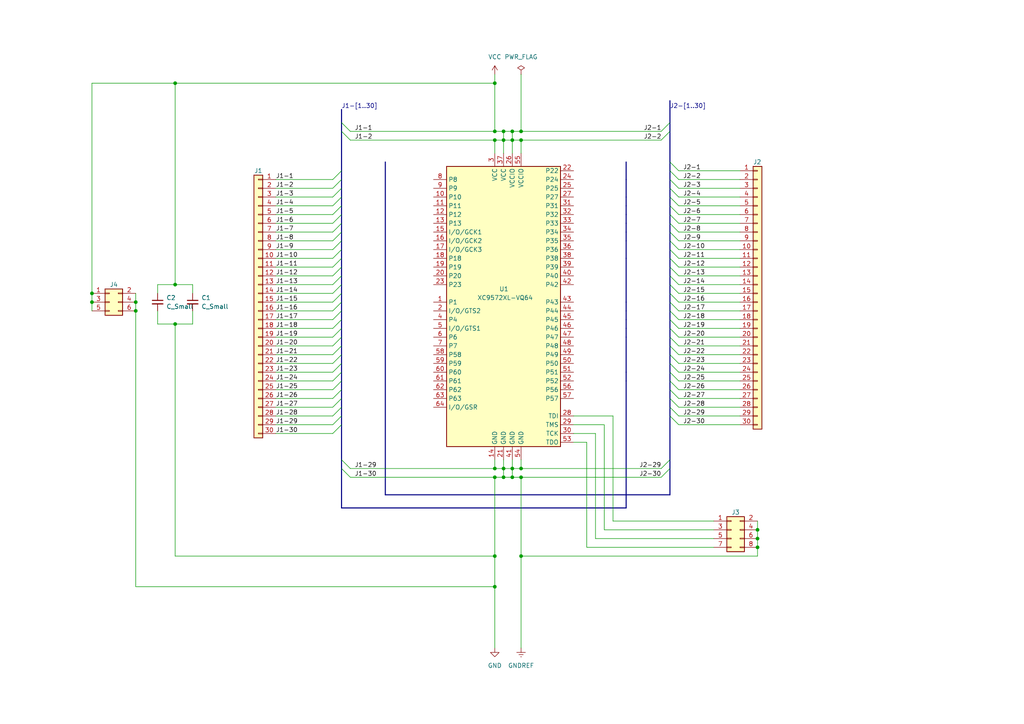
<source format=kicad_sch>
(kicad_sch (version 20230121) (generator eeschema)
  (paper "A4")
  (title_block (title "84CP02 Descrambled 2x16 Input / 16 Output / 4 Control"))
  (lib_symbols
    (symbol "CPLD_Xilinx:XC9572XL-VQ64"
      (property "Reference" "U" (at -16.51 40.64 0))
      (property "Value" "XC9572XL-VQ64" (at -16.51 -43.18 0))
      (symbol "XC9572XL-VQ64_1_1"
        (rectangle (start -16.51 39.37) (end 16.51 -41.91) (stroke (width 0.254)) (fill (type background)))
        (pin bidirectional line (at -20.32 0 0) (length 3.81) (name "P1") (number "1"))
        (pin bidirectional line (at -20.32 30.48 0) (length 3.81) (name "P10") (number "10"))
        (pin bidirectional line (at -20.32 27.94 0) (length 3.81) (name "P11") (number "11"))
        (pin bidirectional line (at -20.32 25.4 0) (length 3.81) (name "P12") (number "12"))
        (pin bidirectional line (at -20.32 22.86 0) (length 3.81) (name "P13") (number "13"))
        (pin power_in line (at -2.54 -45.72 90) (length 3.81) (name "GND") (number "14"))
        (pin bidirectional line (at -20.32 20.32 0) (length 3.81) (name "I/O/GCK1") (number "15"))
        (pin bidirectional line (at -20.32 17.78 0) (length 3.81) (name "I/O/GCK2") (number "16"))
        (pin bidirectional line (at -20.32 15.24 0) (length 3.81) (name "I/O/GCK3") (number "17"))
        (pin bidirectional line (at -20.32 12.7 0) (length 3.81) (name "P18") (number "18"))
        (pin bidirectional line (at -20.32 10.16 0) (length 3.81) (name "P19") (number "19"))
        (pin bidirectional line (at -20.32 -2.54 0) (length 3.81) (name "I/O/GTS2") (number "2"))
        (pin bidirectional line (at -20.32 7.62 0) (length 3.81) (name "P20") (number "20"))
        (pin power_in line (at 0 -45.72 90) (length 3.81) (name "GND") (number "21"))
        (pin bidirectional line (at 20.32 38.1 180) (length 3.81) (name "P22") (number "22"))
        (pin bidirectional line (at -20.32 5.08 0) (length 3.81) (name "P23") (number "23"))
        (pin bidirectional line (at 20.32 35.56 180) (length 3.81) (name "P24") (number "24"))
        (pin bidirectional line (at 20.32 33.02 180) (length 3.81) (name "P25") (number "25"))
        (pin power_in line (at 2.54 43.18 270) (length 3.81) (name "VCCIO") (number "26"))
        (pin bidirectional line (at 20.32 30.48 180) (length 3.81) (name "P27") (number "27"))
        (pin input line (at 20.32 -33.02 180) (length 3.81) (name "TDI") (number "28"))
        (pin input line (at 20.32 -35.56 180) (length 3.81) (name "TMS") (number "29"))
        (pin power_in line (at -2.54 43.18 270) (length 3.81) (name "VCC") (number "3"))
        (pin input line (at 20.32 -38.1 180) (length 3.81) (name "TCK") (number "30"))
        (pin bidirectional line (at 20.32 27.94 180) (length 3.81) (name "P31") (number "31"))
        (pin bidirectional line (at 20.32 25.4 180) (length 3.81) (name "P32") (number "32"))
        (pin bidirectional line (at 20.32 22.86 180) (length 3.81) (name "P33") (number "33"))
        (pin bidirectional line (at 20.32 20.32 180) (length 3.81) (name "P34") (number "34"))
        (pin bidirectional line (at 20.32 17.78 180) (length 3.81) (name "P35") (number "35"))
        (pin bidirectional line (at 20.32 15.24 180) (length 3.81) (name "P36") (number "36"))
        (pin power_in line (at 0 43.18 270) (length 3.81) (name "VCC") (number "37"))
        (pin bidirectional line (at 20.32 12.7 180) (length 3.81) (name "P38") (number "38"))
        (pin bidirectional line (at 20.32 10.16 180) (length 3.81) (name "P39") (number "39"))
        (pin bidirectional line (at -20.32 -5.08 0) (length 3.81) (name "P4") (number "4"))
        (pin bidirectional line (at 20.32 7.62 180) (length 3.81) (name "P40") (number "40"))
        (pin power_in line (at 2.54 -45.72 90) (length 3.81) (name "GND") (number "41"))
        (pin bidirectional line (at 20.32 5.08 180) (length 3.81) (name "P42") (number "42"))
        (pin bidirectional line (at 20.32 0 180) (length 3.81) (name "P43") (number "43"))
        (pin bidirectional line (at 20.32 -2.54 180) (length 3.81) (name "P44") (number "44"))
        (pin bidirectional line (at 20.32 -5.08 180) (length 3.81) (name "P45") (number "45"))
        (pin bidirectional line (at 20.32 -7.62 180) (length 3.81) (name "P46") (number "46"))
        (pin bidirectional line (at 20.32 -10.16 180) (length 3.81) (name "P47") (number "47"))
        (pin bidirectional line (at 20.32 -12.7 180) (length 3.81) (name "P48") (number "48"))
        (pin bidirectional line (at 20.32 -15.24 180) (length 3.81) (name "P49") (number "49"))
        (pin bidirectional line (at -20.32 -7.62 0) (length 3.81) (name "I/O/GTS1") (number "5"))
        (pin bidirectional line (at 20.32 -17.78 180) (length 3.81) (name "P50") (number "50"))
        (pin bidirectional line (at 20.32 -20.32 180) (length 3.81) (name "P51") (number "51"))
        (pin bidirectional line (at 20.32 -22.86 180) (length 3.81) (name "P52") (number "52"))
        (pin output line (at 20.32 -40.64 180) (length 3.81) (name "TDO") (number "53"))
        (pin power_in line (at 5.08 -45.72 90) (length 3.81) (name "GND") (number "54"))
        (pin power_in line (at 5.08 43.18 270) (length 3.81) (name "VCCIO") (number "55"))
        (pin bidirectional line (at 20.32 -25.4 180) (length 3.81) (name "P56") (number "56"))
        (pin bidirectional line (at 20.32 -27.94 180) (length 3.81) (name "P57") (number "57"))
        (pin bidirectional line (at -20.32 -15.24 0) (length 3.81) (name "P58") (number "58"))
        (pin bidirectional line (at -20.32 -17.78 0) (length 3.81) (name "P59") (number "59"))
        (pin bidirectional line (at -20.32 -10.16 0) (length 3.81) (name "P6") (number "6"))
        (pin bidirectional line (at -20.32 -20.32 0) (length 3.81) (name "P60") (number "60"))
        (pin bidirectional line (at -20.32 -22.86 0) (length 3.81) (name "P61") (number "61"))
        (pin bidirectional line (at -20.32 -25.4 0) (length 3.81) (name "P62") (number "62"))
        (pin bidirectional line (at -20.32 -27.94 0) (length 3.81) (name "P63") (number "63"))
        (pin bidirectional line (at -20.32 -30.48 0) (length 3.81) (name "I/O/GSR") (number "64"))
        (pin bidirectional line (at -20.32 -12.7 0) (length 3.81) (name "P7") (number "7"))
        (pin bidirectional line (at -20.32 35.56 0) (length 3.81) (name "P8") (number "8"))
        (pin bidirectional line (at -20.32 33.02 0) (length 3.81) (name "P9") (number "9"))
      )
    )
    (symbol "Connector_Generic:Conn_01x30" (pin_names (offset 1.016) hide)
      (property "Reference" "J" (at 0 38.1 0))
      (property "Value" "Conn_01x30" (at 0 -40.64 0))
      (symbol "Conn_01x30_1_1"
        (rectangle (start -1.27 -37.973) (end 0 -38.227) (stroke (width 0.1524)))
        (rectangle (start -1.27 -35.433) (end 0 -35.687) (stroke (width 0.1524)))
        (rectangle (start -1.27 -32.893) (end 0 -33.147) (stroke (width 0.1524)))
        (rectangle (start -1.27 -30.353) (end 0 -30.607) (stroke (width 0.1524)))
        (rectangle (start -1.27 -27.813) (end 0 -28.067) (stroke (width 0.1524)))
        (rectangle (start -1.27 -25.273) (end 0 -25.527) (stroke (width 0.1524)))
        (rectangle (start -1.27 -22.733) (end 0 -22.987) (stroke (width 0.1524)))
        (rectangle (start -1.27 -20.193) (end 0 -20.447) (stroke (width 0.1524)))
        (rectangle (start -1.27 -17.653) (end 0 -17.907) (stroke (width 0.1524)))
        (rectangle (start -1.27 -15.113) (end 0 -15.367) (stroke (width 0.1524)))
        (rectangle (start -1.27 -12.573) (end 0 -12.827) (stroke (width 0.1524)))
        (rectangle (start -1.27 -10.033) (end 0 -10.287) (stroke (width 0.1524)))
        (rectangle (start -1.27 -7.493) (end 0 -7.747) (stroke (width 0.1524)))
        (rectangle (start -1.27 -4.953) (end 0 -5.207) (stroke (width 0.1524)))
        (rectangle (start -1.27 -2.413) (end 0 -2.667) (stroke (width 0.1524)))
        (rectangle (start -1.27 0.127) (end 0 -0.127) (stroke (width 0.1524)))
        (rectangle (start -1.27 2.667) (end 0 2.413) (stroke (width 0.1524)))
        (rectangle (start -1.27 5.207) (end 0 4.953) (stroke (width 0.1524)))
        (rectangle (start -1.27 7.747) (end 0 7.493) (stroke (width 0.1524)))
        (rectangle (start -1.27 10.287) (end 0 10.033) (stroke (width 0.1524)))
        (rectangle (start -1.27 12.827) (end 0 12.573) (stroke (width 0.1524)))
        (rectangle (start -1.27 15.367) (end 0 15.113) (stroke (width 0.1524)))
        (rectangle (start -1.27 17.907) (end 0 17.653) (stroke (width 0.1524)))
        (rectangle (start -1.27 20.447) (end 0 20.193) (stroke (width 0.1524)))
        (rectangle (start -1.27 22.987) (end 0 22.733) (stroke (width 0.1524)))
        (rectangle (start -1.27 25.527) (end 0 25.273) (stroke (width 0.1524)))
        (rectangle (start -1.27 28.067) (end 0 27.813) (stroke (width 0.1524)))
        (rectangle (start -1.27 30.607) (end 0 30.353) (stroke (width 0.1524)))
        (rectangle (start -1.27 33.147) (end 0 32.893) (stroke (width 0.1524)))
        (rectangle (start -1.27 35.687) (end 0 35.433) (stroke (width 0.1524)))
        (rectangle (start -1.27 36.83) (end 1.27 -39.37) (stroke (width 0.254)) (fill (type background)))
        (pin passive line (at -5.08 35.56 0) (length 3.81) (name "Pin_1") (number "1"))
        (pin passive line (at -5.08 12.7 0) (length 3.81) (name "Pin_10") (number "10"))
        (pin passive line (at -5.08 10.16 0) (length 3.81) (name "Pin_11") (number "11"))
        (pin passive line (at -5.08 7.62 0) (length 3.81) (name "Pin_12") (number "12"))
        (pin passive line (at -5.08 5.08 0) (length 3.81) (name "Pin_13") (number "13"))
        (pin passive line (at -5.08 2.54 0) (length 3.81) (name "Pin_14") (number "14"))
        (pin passive line (at -5.08 0 0) (length 3.81) (name "Pin_15") (number "15"))
        (pin passive line (at -5.08 -2.54 0) (length 3.81) (name "Pin_16") (number "16"))
        (pin passive line (at -5.08 -5.08 0) (length 3.81) (name "Pin_17") (number "17"))
        (pin passive line (at -5.08 -7.62 0) (length 3.81) (name "Pin_18") (number "18"))
        (pin passive line (at -5.08 -10.16 0) (length 3.81) (name "Pin_19") (number "19"))
        (pin passive line (at -5.08 33.02 0) (length 3.81) (name "Pin_2") (number "2"))
        (pin passive line (at -5.08 -12.7 0) (length 3.81) (name "Pin_20") (number "20"))
        (pin passive line (at -5.08 -15.24 0) (length 3.81) (name "Pin_21") (number "21"))
        (pin passive line (at -5.08 -17.78 0) (length 3.81) (name "Pin_22") (number "22"))
        (pin passive line (at -5.08 -20.32 0) (length 3.81) (name "Pin_23") (number "23"))
        (pin passive line (at -5.08 -22.86 0) (length 3.81) (name "Pin_24") (number "24"))
        (pin passive line (at -5.08 -25.4 0) (length 3.81) (name "Pin_25") (number "25"))
        (pin passive line (at -5.08 -27.94 0) (length 3.81) (name "Pin_26") (number "26"))
        (pin passive line (at -5.08 -30.48 0) (length 3.81) (name "Pin_27") (number "27"))
        (pin passive line (at -5.08 -33.02 0) (length 3.81) (name "Pin_28") (number "28"))
        (pin passive line (at -5.08 -35.56 0) (length 3.81) (name "Pin_29") (number "29"))
        (pin passive line (at -5.08 30.48 0) (length 3.81) (name "Pin_3") (number "3"))
        (pin passive line (at -5.08 -38.1 0) (length 3.81) (name "Pin_30") (number "30"))
        (pin passive line (at -5.08 27.94 0) (length 3.81) (name "Pin_4") (number "4"))
        (pin passive line (at -5.08 25.4 0) (length 3.81) (name "Pin_5") (number "5"))
        (pin passive line (at -5.08 22.86 0) (length 3.81) (name "Pin_6") (number "6"))
        (pin passive line (at -5.08 20.32 0) (length 3.81) (name "Pin_7") (number "7"))
        (pin passive line (at -5.08 17.78 0) (length 3.81) (name "Pin_8") (number "8"))
        (pin passive line (at -5.08 15.24 0) (length 3.81) (name "Pin_9") (number "9"))
      )
    )
    (symbol "Connector_Generic:Conn_02x03_Odd_Even" (pin_names (offset 1.016) hide)
      (property "Reference" "J" (at 1.27 5.08 0))
      (property "Value" "Conn_02x03_Odd_Even" (at 1.27 -5.08 0))
      (symbol "Conn_02x03_Odd_Even_1_1"
        (rectangle (start -1.27 -2.413) (end 0 -2.667) (stroke (width 0.1524)))
        (rectangle (start -1.27 0.127) (end 0 -0.127) (stroke (width 0.1524)))
        (rectangle (start -1.27 2.667) (end 0 2.413) (stroke (width 0.1524)))
        (rectangle (start -1.27 3.81) (end 3.81 -3.81) (stroke (width 0.254)) (fill (type background)))
        (rectangle (start 3.81 -2.413) (end 2.54 -2.667) (stroke (width 0.1524)))
        (rectangle (start 3.81 0.127) (end 2.54 -0.127) (stroke (width 0.1524)))
        (rectangle (start 3.81 2.667) (end 2.54 2.413) (stroke (width 0.1524)))
        (pin passive line (at -5.08 2.54 0) (length 3.81) (name "Pin_1") (number "1"))
        (pin passive line (at 7.62 2.54 180) (length 3.81) (name "Pin_2") (number "2"))
        (pin passive line (at -5.08 0 0) (length 3.81) (name "Pin_3") (number "3"))
        (pin passive line (at 7.62 0 180) (length 3.81) (name "Pin_4") (number "4"))
        (pin passive line (at -5.08 -2.54 0) (length 3.81) (name "Pin_5") (number "5"))
        (pin passive line (at 7.62 -2.54 180) (length 3.81) (name "Pin_6") (number "6"))
      )
    )
    (symbol "Connector_Generic:Conn_02x04_Odd_Even" (pin_names (offset 1.016) hide)
      (property "Reference" "J" (at 1.27 5.08 0))
      (property "Value" "Conn_02x04_Odd_Even" (at 1.27 -7.62 0))
      (symbol "Conn_02x04_Odd_Even_1_1"
        (rectangle (start -1.27 -4.953) (end 0 -5.207) (stroke (width 0.1524)))
        (rectangle (start -1.27 -2.413) (end 0 -2.667) (stroke (width 0.1524)))
        (rectangle (start -1.27 0.127) (end 0 -0.127) (stroke (width 0.1524)))
        (rectangle (start -1.27 2.667) (end 0 2.413) (stroke (width 0.1524)))
        (rectangle (start -1.27 3.81) (end 3.81 -6.35) (stroke (width 0.254)) (fill (type background)))
        (rectangle (start 3.81 -4.953) (end 2.54 -5.207) (stroke (width 0.1524)))
        (rectangle (start 3.81 -2.413) (end 2.54 -2.667) (stroke (width 0.1524)))
        (rectangle (start 3.81 0.127) (end 2.54 -0.127) (stroke (width 0.1524)))
        (rectangle (start 3.81 2.667) (end 2.54 2.413) (stroke (width 0.1524)))
        (pin passive line (at -5.08 2.54 0) (length 3.81) (name "Pin_1") (number "1"))
        (pin passive line (at 7.62 2.54 180) (length 3.81) (name "Pin_2") (number "2"))
        (pin passive line (at -5.08 0 0) (length 3.81) (name "Pin_3") (number "3"))
        (pin passive line (at 7.62 0 180) (length 3.81) (name "Pin_4") (number "4"))
        (pin passive line (at -5.08 -2.54 0) (length 3.81) (name "Pin_5") (number "5"))
        (pin passive line (at 7.62 -2.54 180) (length 3.81) (name "Pin_6") (number "6"))
        (pin passive line (at -5.08 -5.08 0) (length 3.81) (name "Pin_7") (number "7"))
        (pin passive line (at 7.62 -5.08 180) (length 3.81) (name "Pin_8") (number "8"))
      )
    )
    (symbol "Device:C_Small" (pin_numbers hide) (pin_names (offset 0.254) hide)
      (property "Reference" "C" (at 0.254 1.778 0))
      (property "Value" "C_Small" (at 0.254 -2.032 0))
      (symbol "C_Small_0_1"
        (polyline (pts (xy -1.524 -0.508) (xy 1.524 -0.508)) (stroke (width 0.3302)))
        (polyline (pts (xy -1.524 0.508) (xy 1.524 0.508)) (stroke (width 0.3048)))
      )
      (symbol "C_Small_1_1"
        (pin passive line (at 0 2.54 270) (length 2.032) (name "~") (number "1"))
        (pin passive line (at 0 -2.54 90) (length 2.032) (name "~") (number "2"))
      )
    )
    (symbol "power:GND" (power) (pin_names (offset 0))
      (property "Value" "GND" (at 0 -3.81 0))
      (symbol "GND_0_1"
        (polyline (pts (xy 0 0) (xy 0 -1.27) (xy 1.27 -1.27) (xy 0 -2.54) (xy -1.27 -1.27) (xy 0 -1.27)))
      )
      (symbol "GND_1_1"
        (pin power_in line (at 0 0 270) (length 0) hide (name "GND") (number "1"))
      )
    )
    (symbol "power:GNDREF" (power) (pin_names (offset 0))
      (property "Value" "GNDREF" (at 0 -3.81 0))
      (symbol "GNDREF_0_1"
        (polyline (pts (xy -0.635 -1.905) (xy 0.635 -1.905)))
        (polyline (pts (xy -0.127 -2.54) (xy 0.127 -2.54)))
        (polyline (pts (xy 0 -1.27) (xy 0 0)))
        (polyline (pts (xy 1.27 -1.27) (xy -1.27 -1.27)))
      )
      (symbol "GNDREF_1_1"
        (pin power_in line (at 0 0 270) (length 0) hide (name "GNDREF") (number "1"))
      )
    )
    (symbol "power:PWR_FLAG" (power) (pin_numbers hide) (pin_names (offset 0) hide)
      (property "Value" "PWR_FLAG" (at 0 3.81 0))
      (symbol "PWR_FLAG_0_0"
        (pin power_out line (at 0 0 90) (length 0) (name "pwr") (number "1"))
      )
      (symbol "PWR_FLAG_0_1"
        (polyline (pts (xy 0 0) (xy 0 1.27) (xy -1.016 1.905) (xy 0 2.54) (xy 1.016 1.905) (xy 0 1.27)))
      )
    )
    (symbol "power:VCC" (power) (pin_names (offset 0))
      (property "Value" "VCC" (at 0 3.81 0))
      (symbol "VCC_0_1"
        (polyline (pts (xy -0.762 1.27) (xy 0 2.54)))
        (polyline (pts (xy 0 0) (xy 0 2.54)))
        (polyline (pts (xy 0 2.54) (xy 0.762 1.27)))
      )
      (symbol "VCC_1_1"
        (pin power_in line (at 0 0 90) (length 0) hide (name "VCC") (number "1"))
      )
    )
  )
  (junction (at 143.51 138.43))
  (junction (at 143.51 24.13))
  (junction (at 39.37 87.63))
  (junction (at 151.13 135.89))
  (junction (at 26.67 87.63))
  (junction (at 219.71 156.21))
  (junction (at 143.51 161.29))
  (junction (at 146.05 135.89))
  (junction (at 146.05 40.64))
  (junction (at 148.59 38.1))
  (junction (at 146.05 138.43))
  (junction (at 143.51 170.18))
  (junction (at 151.13 138.43))
  (junction (at 50.8 82.55))
  (junction (at 143.51 40.64))
  (junction (at 50.8 24.13))
  (junction (at 219.71 158.75))
  (junction (at 151.13 38.1))
  (junction (at 39.37 90.17))
  (junction (at 148.59 40.64))
  (junction (at 151.13 40.64))
  (junction (at 143.51 38.1))
  (junction (at 143.51 135.89))
  (junction (at 151.13 161.29))
  (junction (at 219.71 153.67))
  (junction (at 148.59 138.43))
  (junction (at 148.59 135.89))
  (junction (at 146.05 38.1))
  (junction (at 50.8 93.98))
  (junction (at 26.67 85.09))
  (bus_entry (at 194.31 82.55) (size 2.54 2.54))
  (bus_entry (at 99.06 87.63) (size -2.54 2.54))
  (bus_entry (at 194.31 113.03) (size 2.54 2.54))
  (bus_entry (at 194.31 69.85) (size 2.54 2.54))
  (bus_entry (at 99.06 38.1) (size 2.54 2.54))
  (bus_entry (at 194.31 35.56) (size -2.54 2.54))
  (bus_entry (at 99.06 118.11) (size -2.54 2.54))
  (bus_entry (at 99.06 52.07) (size -2.54 2.54))
  (bus_entry (at 99.06 120.65) (size -2.54 2.54))
  (bus_entry (at 99.06 62.23) (size -2.54 2.54))
  (bus_entry (at 99.06 95.25) (size -2.54 2.54))
  (bus_entry (at 99.06 69.85) (size -2.54 2.54))
  (bus_entry (at 194.31 92.71) (size 2.54 2.54))
  (bus_entry (at 194.31 135.89) (size -2.54 2.54))
  (bus_entry (at 99.06 105.41) (size -2.54 2.54))
  (bus_entry (at 194.31 100.33) (size 2.54 2.54))
  (bus_entry (at 99.06 133.35) (size 2.54 2.54))
  (bus_entry (at 99.06 97.79) (size -2.54 2.54))
  (bus_entry (at 194.31 105.41) (size 2.54 2.54))
  (bus_entry (at 99.06 123.19) (size -2.54 2.54))
  (bus_entry (at 194.31 54.61) (size 2.54 2.54))
  (bus_entry (at 99.06 113.03) (size -2.54 2.54))
  (bus_entry (at 194.31 95.25) (size 2.54 2.54))
  (bus_entry (at 194.31 115.57) (size 2.54 2.54))
  (bus_entry (at 194.31 62.23) (size 2.54 2.54))
  (bus_entry (at 99.06 107.95) (size -2.54 2.54))
  (bus_entry (at 194.31 57.15) (size 2.54 2.54))
  (bus_entry (at 99.06 72.39) (size -2.54 2.54))
  (bus_entry (at 99.06 115.57) (size -2.54 2.54))
  (bus_entry (at 194.31 80.01) (size 2.54 2.54))
  (bus_entry (at 194.31 59.69) (size 2.54 2.54))
  (bus_entry (at 194.31 97.79) (size 2.54 2.54))
  (bus_entry (at 99.06 67.31) (size -2.54 2.54))
  (bus_entry (at 194.31 118.11) (size 2.54 2.54))
  (bus_entry (at 194.31 85.09) (size 2.54 2.54))
  (bus_entry (at 194.31 52.07) (size 2.54 2.54))
  (bus_entry (at 194.31 49.53) (size 2.54 2.54))
  (bus_entry (at 99.06 35.56) (size 2.54 2.54))
  (bus_entry (at 194.31 74.93) (size 2.54 2.54))
  (bus_entry (at 99.06 80.01) (size -2.54 2.54))
  (bus_entry (at 194.31 110.49) (size 2.54 2.54))
  (bus_entry (at 194.31 120.65) (size 2.54 2.54))
  (bus_entry (at 194.31 64.77) (size 2.54 2.54))
  (bus_entry (at 99.06 64.77) (size -2.54 2.54))
  (bus_entry (at 194.31 46.99) (size 2.54 2.54))
  (bus_entry (at 99.06 74.93) (size -2.54 2.54))
  (bus_entry (at 99.06 110.49) (size -2.54 2.54))
  (bus_entry (at 99.06 135.89) (size 2.54 2.54))
  (bus_entry (at 194.31 38.1) (size -2.54 2.54))
  (bus_entry (at 194.31 67.31) (size 2.54 2.54))
  (bus_entry (at 194.31 87.63) (size 2.54 2.54))
  (bus_entry (at 99.06 59.69) (size -2.54 2.54))
  (bus_entry (at 99.06 57.15) (size -2.54 2.54))
  (bus_entry (at 99.06 102.87) (size -2.54 2.54))
  (bus_entry (at 99.06 85.09) (size -2.54 2.54))
  (bus_entry (at 194.31 90.17) (size 2.54 2.54))
  (bus_entry (at 194.31 102.87) (size 2.54 2.54))
  (bus_entry (at 99.06 100.33) (size -2.54 2.54))
  (bus_entry (at 99.06 49.53) (size -2.54 2.54))
  (bus_entry (at 99.06 54.61) (size -2.54 2.54))
  (bus_entry (at 99.06 77.47) (size -2.54 2.54))
  (bus_entry (at 194.31 133.35) (size -2.54 2.54))
  (bus_entry (at 194.31 72.39) (size 2.54 2.54))
  (bus_entry (at 99.06 90.17) (size -2.54 2.54))
  (bus_entry (at 99.06 82.55) (size -2.54 2.54))
  (bus_entry (at 194.31 77.47) (size 2.54 2.54))
  (bus_entry (at 99.06 92.71) (size -2.54 2.54))
  (bus_entry (at 194.31 107.95) (size 2.54 2.54))
  (wire (pts (xy 143.51 133.35) (xy 143.51 135.89)))
  (bus (pts (xy 194.31 64.77) (xy 194.31 67.31)))
  (bus (pts (xy 194.31 105.41) (xy 194.31 107.95)))
  (wire (pts (xy 146.05 133.35) (xy 146.05 135.89)))
  (wire (pts (xy 170.18 158.75) (xy 207.01 158.75)))
  (wire (pts (xy 26.67 85.09) (xy 26.67 87.63)))
  (bus (pts (xy 194.31 90.17) (xy 194.31 92.71)))
  (bus (pts (xy 194.31 77.47) (xy 194.31 80.01)))
  (bus (pts (xy 194.31 46.99) (xy 194.31 49.53)))
  (bus (pts (xy 99.06 57.15) (xy 99.06 59.69)))
  (wire (pts (xy 148.59 138.43) (xy 151.13 138.43)))
  (bus (pts (xy 181.61 46.99) (xy 181.61 52.07)))
  (wire (pts (xy 143.51 24.13) (xy 143.51 38.1)))
  (wire (pts (xy 196.85 67.31) (xy 214.63 67.31)))
  (bus (pts (xy 194.31 62.23) (xy 194.31 64.77)))
  (wire (pts (xy 196.85 95.25) (xy 214.63 95.25)))
  (bus (pts (xy 99.06 38.1) (xy 99.06 49.53)))
  (wire (pts (xy 143.51 161.29) (xy 143.51 170.18)))
  (bus (pts (xy 181.61 64.77) (xy 181.61 67.31)))
  (wire (pts (xy 39.37 87.63) (xy 39.37 90.17)))
  (wire (pts (xy 177.8 151.13) (xy 207.01 151.13)))
  (wire (pts (xy 96.52 110.49) (xy 80.01 110.49)))
  (wire (pts (xy 146.05 135.89) (xy 143.51 135.89)))
  (wire (pts (xy 196.85 59.69) (xy 214.63 59.69)))
  (bus (pts (xy 194.31 113.03) (xy 194.31 115.57)))
  (bus (pts (xy 194.31 143.51) (xy 111.76 143.51)))
  (bus (pts (xy 194.31 74.93) (xy 194.31 77.47)))
  (wire (pts (xy 172.72 125.73) (xy 172.72 156.21)))
  (bus (pts (xy 194.31 100.33) (xy 194.31 102.87)))
  (wire (pts (xy 151.13 161.29) (xy 219.71 161.29)))
  (bus (pts (xy 194.31 67.31) (xy 194.31 69.85)))
  (bus (pts (xy 99.06 120.65) (xy 99.06 123.19)))
  (wire (pts (xy 151.13 38.1) (xy 191.77 38.1)))
  (wire (pts (xy 50.8 24.13) (xy 50.8 82.55)))
  (bus (pts (xy 99.06 85.09) (xy 99.06 87.63)))
  (wire (pts (xy 196.85 110.49) (xy 214.63 110.49)))
  (wire (pts (xy 55.88 85.09) (xy 55.88 82.55)))
  (wire (pts (xy 143.51 138.43) (xy 143.51 161.29)))
  (wire (pts (xy 101.6 135.89) (xy 143.51 135.89)))
  (bus (pts (xy 99.06 115.57) (xy 99.06 118.11)))
  (wire (pts (xy 148.59 38.1) (xy 146.05 38.1)))
  (wire (pts (xy 151.13 40.64) (xy 191.77 40.64)))
  (bus (pts (xy 99.06 95.25) (xy 99.06 97.79)))
  (wire (pts (xy 146.05 138.43) (xy 146.05 135.89)))
  (wire (pts (xy 39.37 90.17) (xy 39.37 170.18)))
  (wire (pts (xy 196.85 57.15) (xy 214.63 57.15)))
  (bus (pts (xy 194.31 118.11) (xy 194.31 120.65)))
  (bus (pts (xy 194.31 38.1) (xy 194.31 46.99)))
  (wire (pts (xy 45.72 90.17) (xy 45.72 93.98)))
  (wire (pts (xy 50.8 24.13) (xy 143.51 24.13)))
  (bus (pts (xy 99.06 67.31) (xy 99.06 69.85)))
  (wire (pts (xy 196.85 77.47) (xy 214.63 77.47)))
  (bus (pts (xy 194.31 80.01) (xy 194.31 82.55)))
  (wire (pts (xy 50.8 93.98) (xy 45.72 93.98)))
  (wire (pts (xy 172.72 156.21) (xy 207.01 156.21)))
  (bus (pts (xy 181.61 97.79) (xy 181.61 107.95)))
  (wire (pts (xy 148.59 44.45) (xy 148.59 40.64)))
  (wire (pts (xy 143.51 138.43) (xy 146.05 138.43)))
  (wire (pts (xy 196.85 92.71) (xy 214.63 92.71)))
  (wire (pts (xy 50.8 82.55) (xy 45.72 82.55)))
  (bus (pts (xy 99.06 133.35) (xy 99.06 135.89)))
  (wire (pts (xy 151.13 135.89) (xy 148.59 135.89)))
  (bus (pts (xy 194.31 97.79) (xy 194.31 100.33)))
  (wire (pts (xy 96.52 97.79) (xy 80.01 97.79)))
  (wire (pts (xy 55.88 82.55) (xy 50.8 82.55)))
  (wire (pts (xy 196.85 123.19) (xy 214.63 123.19)))
  (bus (pts (xy 99.06 72.39) (xy 99.06 74.93)))
  (wire (pts (xy 45.72 82.55) (xy 45.72 85.09)))
  (wire (pts (xy 148.59 133.35) (xy 148.59 135.89)))
  (wire (pts (xy 196.85 105.41) (xy 214.63 105.41)))
  (wire (pts (xy 151.13 161.29) (xy 151.13 187.96)))
  (bus (pts (xy 99.06 49.53) (xy 99.06 52.07)))
  (bus (pts (xy 99.06 54.61) (xy 99.06 57.15)))
  (wire (pts (xy 196.85 69.85) (xy 214.63 69.85)))
  (wire (pts (xy 166.37 120.65) (xy 177.8 120.65)))
  (bus (pts (xy 99.06 31.75) (xy 99.06 35.56)))
  (wire (pts (xy 26.67 87.63) (xy 26.67 90.17)))
  (bus (pts (xy 99.06 82.55) (xy 99.06 85.09)))
  (bus (pts (xy 194.31 120.65) (xy 194.31 133.35)))
  (bus (pts (xy 99.06 87.63) (xy 99.06 90.17)))
  (wire (pts (xy 196.85 115.57) (xy 214.63 115.57)))
  (wire (pts (xy 96.52 95.25) (xy 80.01 95.25)))
  (wire (pts (xy 143.51 40.64) (xy 143.51 44.45)))
  (wire (pts (xy 96.52 120.65) (xy 80.01 120.65)))
  (wire (pts (xy 39.37 85.09) (xy 39.37 87.63)))
  (wire (pts (xy 170.18 128.27) (xy 170.18 158.75)))
  (wire (pts (xy 151.13 44.45) (xy 151.13 40.64)))
  (wire (pts (xy 50.8 93.98) (xy 50.8 161.29)))
  (bus (pts (xy 194.31 69.85) (xy 194.31 72.39)))
  (bus (pts (xy 181.61 67.31) (xy 181.61 69.85)))
  (wire (pts (xy 96.52 67.31) (xy 80.01 67.31)))
  (wire (pts (xy 196.85 100.33) (xy 214.63 100.33)))
  (bus (pts (xy 194.31 115.57) (xy 194.31 118.11)))
  (bus (pts (xy 99.06 107.95) (xy 99.06 110.49)))
  (bus (pts (xy 194.31 87.63) (xy 194.31 90.17)))
  (bus (pts (xy 194.31 95.25) (xy 194.31 97.79)))
  (bus (pts (xy 99.06 113.03) (xy 99.06 115.57)))
  (bus (pts (xy 194.31 102.87) (xy 194.31 105.41)))
  (wire (pts (xy 101.6 138.43) (xy 143.51 138.43)))
  (wire (pts (xy 151.13 135.89) (xy 191.77 135.89)))
  (bus (pts (xy 181.61 87.63) (xy 181.61 90.17)))
  (wire (pts (xy 96.52 102.87) (xy 80.01 102.87)))
  (wire (pts (xy 96.52 77.47) (xy 80.01 77.47)))
  (wire (pts (xy 96.52 92.71) (xy 80.01 92.71)))
  (wire (pts (xy 96.52 100.33) (xy 80.01 100.33)))
  (wire (pts (xy 96.52 62.23) (xy 80.01 62.23)))
  (bus (pts (xy 181.61 59.69) (xy 181.61 62.23)))
  (wire (pts (xy 148.59 138.43) (xy 148.59 135.89)))
  (bus (pts (xy 99.06 35.56) (xy 99.06 38.1)))
  (bus (pts (xy 181.61 110.49) (xy 181.61 147.32)))
  (wire (pts (xy 219.71 151.13) (xy 219.71 153.67)))
  (wire (pts (xy 196.85 49.53) (xy 214.63 49.53)))
  (wire (pts (xy 96.52 74.93) (xy 80.01 74.93)))
  (bus (pts (xy 181.61 74.93) (xy 181.61 87.63)))
  (wire (pts (xy 196.85 97.79) (xy 214.63 97.79)))
  (wire (pts (xy 166.37 125.73) (xy 172.72 125.73)))
  (wire (pts (xy 196.85 72.39) (xy 214.63 72.39)))
  (bus (pts (xy 99.06 135.89) (xy 99.06 147.32)))
  (bus (pts (xy 181.61 90.17) (xy 181.61 92.71)))
  (wire (pts (xy 151.13 133.35) (xy 151.13 135.89)))
  (wire (pts (xy 143.51 38.1) (xy 146.05 38.1)))
  (bus (pts (xy 99.06 69.85) (xy 99.06 72.39)))
  (bus (pts (xy 111.76 46.99) (xy 111.76 143.51)))
  (wire (pts (xy 219.71 158.75) (xy 219.71 161.29)))
  (wire (pts (xy 151.13 138.43) (xy 151.13 161.29)))
  (bus (pts (xy 194.31 52.07) (xy 194.31 54.61)))
  (wire (pts (xy 101.6 40.64) (xy 143.51 40.64)))
  (wire (pts (xy 96.52 85.09) (xy 80.01 85.09)))
  (wire (pts (xy 148.59 135.89) (xy 146.05 135.89)))
  (wire (pts (xy 96.52 118.11) (xy 80.01 118.11)))
  (wire (pts (xy 39.37 170.18) (xy 143.51 170.18)))
  (bus (pts (xy 99.06 118.11) (xy 99.06 120.65)))
  (wire (pts (xy 196.85 107.95) (xy 214.63 107.95)))
  (bus (pts (xy 194.31 57.15) (xy 194.31 59.69)))
  (bus (pts (xy 194.31 85.09) (xy 194.31 87.63)))
  (bus (pts (xy 194.31 82.55) (xy 194.31 85.09)))
  (bus (pts (xy 181.61 107.95) (xy 181.61 110.49)))
  (wire (pts (xy 175.26 123.19) (xy 175.26 153.67)))
  (wire (pts (xy 196.85 90.17) (xy 214.63 90.17)))
  (wire (pts (xy 96.52 52.07) (xy 80.01 52.07)))
  (wire (pts (xy 196.85 120.65) (xy 214.63 120.65)))
  (bus (pts (xy 181.61 52.07) (xy 181.61 57.15)))
  (wire (pts (xy 196.85 62.23) (xy 214.63 62.23)))
  (wire (pts (xy 96.52 90.17) (xy 80.01 90.17)))
  (wire (pts (xy 96.52 64.77) (xy 80.01 64.77)))
  (wire (pts (xy 196.85 64.77) (xy 214.63 64.77)))
  (bus (pts (xy 194.31 110.49) (xy 194.31 113.03)))
  (wire (pts (xy 196.85 85.09) (xy 214.63 85.09)))
  (wire (pts (xy 219.71 158.75) (xy 219.71 156.21)))
  (wire (pts (xy 196.85 113.03) (xy 214.63 113.03)))
  (wire (pts (xy 143.51 40.64) (xy 146.05 40.64)))
  (bus (pts (xy 99.06 52.07) (xy 99.06 54.61)))
  (wire (pts (xy 151.13 21.59) (xy 151.13 38.1)))
  (bus (pts (xy 99.06 100.33) (xy 99.06 102.87)))
  (bus (pts (xy 194.31 72.39) (xy 194.31 74.93)))
  (wire (pts (xy 101.6 38.1) (xy 143.51 38.1)))
  (wire (pts (xy 96.52 115.57) (xy 80.01 115.57)))
  (bus (pts (xy 99.06 105.41) (xy 99.06 107.95)))
  (bus (pts (xy 99.06 92.71) (xy 99.06 95.25)))
  (wire (pts (xy 196.85 52.07) (xy 214.63 52.07)))
  (wire (pts (xy 146.05 44.45) (xy 146.05 40.64)))
  (wire (pts (xy 196.85 54.61) (xy 214.63 54.61)))
  (wire (pts (xy 151.13 40.64) (xy 148.59 40.64)))
  (bus (pts (xy 194.31 135.89) (xy 194.31 143.51)))
  (bus (pts (xy 99.06 97.79) (xy 99.06 100.33)))
  (wire (pts (xy 175.26 153.67) (xy 207.01 153.67)))
  (wire (pts (xy 96.52 57.15) (xy 80.01 57.15)))
  (wire (pts (xy 96.52 107.95) (xy 80.01 107.95)))
  (wire (pts (xy 196.85 102.87) (xy 214.63 102.87)))
  (wire (pts (xy 148.59 40.64) (xy 148.59 38.1)))
  (bus (pts (xy 181.61 62.23) (xy 181.61 64.77)))
  (bus (pts (xy 99.06 110.49) (xy 99.06 113.03)))
  (wire (pts (xy 146.05 138.43) (xy 148.59 138.43)))
  (bus (pts (xy 194.31 54.61) (xy 194.31 57.15)))
  (bus (pts (xy 99.06 123.19) (xy 99.06 133.35)))
  (wire (pts (xy 166.37 123.19) (xy 175.26 123.19)))
  (wire (pts (xy 26.67 24.13) (xy 50.8 24.13)))
  (bus (pts (xy 194.31 59.69) (xy 194.31 62.23)))
  (wire (pts (xy 148.59 40.64) (xy 146.05 40.64)))
  (wire (pts (xy 96.52 113.03) (xy 80.01 113.03)))
  (bus (pts (xy 99.06 90.17) (xy 99.06 92.71)))
  (bus (pts (xy 194.31 133.35) (xy 194.31 135.89)))
  (wire (pts (xy 219.71 156.21) (xy 219.71 153.67)))
  (wire (pts (xy 146.05 40.64) (xy 146.05 38.1)))
  (wire (pts (xy 55.88 90.17) (xy 55.88 93.98)))
  (bus (pts (xy 194.31 49.53) (xy 194.31 52.07)))
  (bus (pts (xy 194.31 107.95) (xy 194.31 110.49)))
  (bus (pts (xy 99.06 102.87) (xy 99.06 105.41)))
  (wire (pts (xy 26.67 85.09) (xy 26.67 24.13)))
  (wire (pts (xy 96.52 82.55) (xy 80.01 82.55)))
  (wire (pts (xy 96.52 80.01) (xy 80.01 80.01)))
  (wire (pts (xy 96.52 105.41) (xy 80.01 105.41)))
  (wire (pts (xy 151.13 138.43) (xy 191.77 138.43)))
  (bus (pts (xy 194.31 35.56) (xy 194.31 38.1)))
  (wire (pts (xy 196.85 87.63) (xy 214.63 87.63)))
  (wire (pts (xy 177.8 120.65) (xy 177.8 151.13)))
  (bus (pts (xy 181.61 69.85) (xy 181.61 74.93)))
  (wire (pts (xy 143.51 170.18) (xy 143.51 187.96)))
  (wire (pts (xy 170.18 128.27) (xy 166.37 128.27)))
  (wire (pts (xy 50.8 161.29) (xy 143.51 161.29)))
  (wire (pts (xy 96.52 87.63) (xy 80.01 87.63)))
  (bus (pts (xy 99.06 74.93) (xy 99.06 77.47)))
  (bus (pts (xy 99.06 80.01) (xy 99.06 82.55)))
  (bus (pts (xy 194.31 92.71) (xy 194.31 95.25)))
  (bus (pts (xy 99.06 64.77) (xy 99.06 67.31)))
  (bus (pts (xy 99.06 77.47) (xy 99.06 80.01)))
  (wire (pts (xy 196.85 74.93) (xy 214.63 74.93)))
  (bus (pts (xy 181.61 57.15) (xy 181.61 59.69)))
  (wire (pts (xy 96.52 69.85) (xy 80.01 69.85)))
  (bus (pts (xy 99.06 62.23) (xy 99.06 64.77)))
  (bus (pts (xy 99.06 147.32) (xy 181.61 147.32)))
  (wire (pts (xy 143.51 21.59) (xy 143.51 24.13)))
  (bus (pts (xy 99.06 59.69) (xy 99.06 62.23)))
  (wire (pts (xy 148.59 38.1) (xy 151.13 38.1)))
  (wire (pts (xy 196.85 118.11) (xy 214.63 118.11)))
  (wire (pts (xy 96.52 125.73) (xy 80.01 125.73)))
  (wire (pts (xy 196.85 80.01) (xy 214.63 80.01)))
  (wire (pts (xy 96.52 123.19) (xy 80.01 123.19)))
  (wire (pts (xy 96.52 54.61) (xy 80.01 54.61)))
  (bus (pts (xy 181.61 92.71) (xy 181.61 95.25)))
  (wire (pts (xy 96.52 72.39) (xy 80.01 72.39)))
  (wire (pts (xy 55.88 93.98) (xy 50.8 93.98)))
  (bus (pts (xy 181.61 95.25) (xy 181.61 97.79)))
  (bus (pts (xy 194.31 29.21) (xy 194.31 35.56)))
  (wire (pts (xy 196.85 82.55) (xy 214.63 82.55)))
  (wire (pts (xy 96.52 59.69) (xy 80.01 59.69)))
  (label "J1-8" (at 80.01 69.85 0))
  (label "J1-9" (at 80.01 72.39 0))
  (label "J1-23" (at 80.01 107.95 0))
  (label "J2-30" (at 198.12 123.19 0))
  (label "J2-3" (at 198.12 54.61 0))
  (label "J2-13" (at 198.12 80.01 0))
  (label "J1-2" (at 80.01 54.61 0))
  (label "J2-6" (at 198.12 62.23 0))
  (label "J1-4" (at 80.01 59.69 0))
  (label "J2-11" (at 198.12 74.93 0))
  (label "J2-14" (at 198.12 82.55 0))
  (label "J2-8" (at 198.12 67.31 0))
  (label "J2-21" (at 198.12 100.33 0))
  (label "J1-10" (at 80.01 74.93 0))
  (label "J1-20" (at 80.01 100.33 0))
  (label "J1-19" (at 80.01 97.79 0))
  (label "J2-15" (at 198.12 85.09 0))
  (label "J2-27" (at 198.12 115.57 0))
  (label "J1-5" (at 80.01 62.23 0))
  (label "J1-3" (at 80.01 57.15 0))
  (label "J2-9" (at 198.12 69.85 0))
  (label "J1-22" (at 80.01 105.41 0))
  (label "J2-25" (at 198.12 110.49 0))
  (label "J1-26" (at 80.01 115.57 0))
  (label "J1-13" (at 80.01 82.55 0))
  (label "J2-22" (at 198.12 102.87 0))
  (label "J2-2" (at 186.69 40.64 0))
  (label "J1-24" (at 80.01 110.49 0))
  (label "J2-17" (at 198.12 90.17 0))
  (label "J1-[1..30]" (at 99.06 31.75 0))
  (label "J2-1" (at 186.69 38.1 0))
  (label "J1-18" (at 80.01 95.25 0))
  (label "J1-29" (at 80.01 123.19 0))
  (label "J2-5" (at 198.12 59.69 0))
  (label "J1-17" (at 80.01 92.71 0))
  (label "J2-1" (at 198.12 49.53 0))
  (label "J2-20" (at 198.12 97.79 0))
  (label "J1-21" (at 80.01 102.87 0))
  (label "J2-2" (at 198.12 52.07 0))
  (label "J2-16" (at 198.12 87.63 0))
  (label "J1-16" (at 80.01 90.17 0))
  (label "J2-29" (at 185.42 135.89 0))
  (label "J1-1" (at 80.01 52.07 0))
  (label "J2-19" (at 198.12 95.25 0))
  (label "J1-30" (at 102.87 138.43 0))
  (label "J1-30" (at 80.01 125.73 0))
  (label "J1-27" (at 80.01 118.11 0))
  (label "J1-1" (at 102.87 38.1 0))
  (label "J2-18" (at 198.12 92.71 0))
  (label "J2-23" (at 198.12 105.41 0))
  (label "J2-26" (at 198.12 113.03 0))
  (label "J1-29" (at 102.87 135.89 0))
  (label "J2-24" (at 198.12 107.95 0))
  (label "J2-[1..30]" (at 194.31 31.75 0))
  (label "J2-7" (at 198.12 64.77 0))
  (label "J2-30" (at 185.42 138.43 0))
  (label "J1-14" (at 80.01 85.09 0))
  (label "J1-25" (at 80.01 113.03 0))
  (label "J2-29" (at 198.12 120.65 0))
  (label "J2-12" (at 198.12 77.47 0))
  (label "J1-7" (at 80.01 67.31 0))
  (label "J1-28" (at 80.01 120.65 0))
  (label "J2-10" (at 198.12 72.39 0))
  (label "J1-2" (at 102.87 40.64 0))
  (label "J1-12" (at 80.01 80.01 0))
  (label "J2-28" (at 198.12 118.11 0))
  (label "J2-4" (at 198.12 57.15 0))
  (label "J1-6" (at 80.01 64.77 0))
  (label "J1-11" (at 80.01 77.47 0))
  (label "J1-15" (at 80.01 87.63 0))
  (symbol (lib_id "Connector_Generic:Conn_01x30") (at 219.71 85.09 0) (unit 1)
    (property "Reference" "J2" (at 218.44 46.99 0) (effects (justify left)))
    (property "Value" "Conn_01x30" (effects hide))
    (property "Footprint" "Connector_PinHeader_2.54mm:PinHeader_1x30_P2.54mm_Vertical" (effects hide))
  )
  (symbol (lib_id "power:GND") (at 143.51 187.96 0) (unit 1)
    (property "Reference" "#PWR0102" (effects hide))
    (property "Value" "GND" (at 143.51 193.04 0))
  )
  (symbol (lib_id "power:GNDREF") (at 151.13 187.96 0) (unit 1)
    (property "Reference" "#PWR0103" (effects hide))
    (property "Value" "GNDREF" (at 151.13 193.04 0))
  )
  (symbol (lib_id "power:PWR_FLAG") (at 151.13 21.59 0) (unit 1)
    (property "Reference" "#FLG0101" (effects hide))
    (property "Value" "PWR_FLAG" (at 151.13 16.51 0))
  )
  (symbol (lib_id "Device:C_Small") (at 55.88 87.63 0) (unit 1)
    (property "Reference" "C1" (at 58.42 86.3663 0) (effects (justify left)))
    (property "Value" "C_Small" (at 58.42 88.9063 0) (effects (justify left)))
    (property "Footprint" "Capacitor_SMD:C_0805_2012Metric_Pad1.18x1.45mm_HandSolder" (effects hide))
  )
  (symbol (lib_id "CPLD_Xilinx:XC9572XL-VQ64") (at 146.05 87.63 0) (unit 1)
    (property "Reference" "U1" (at 144.78 83.82 0) (effects (justify left)))
    (property "Value" "XC9572XL-VQ64" (at 138.43 86.36 0) (effects (justify left)))
    (property "Footprint" "Package_QFP:TQFP-64_10x10mm_P0.5mm" (effects hide))
    (property "Datasheet" "http://www.xilinx.com/support/documentation/data_sheets/ds057.pdf" (effects hide))
  )
  (symbol (lib_id "Connector_Generic:Conn_02x04_Odd_Even") (at 212.09 153.67 0) (unit 1)
    (property "Reference" "J3" (at 213.36 148.59 0))
    (property "Value" "Conn_02x05_Odd_Even" (effects hide))
    (property "Footprint" "Connector_PinHeader_2.54mm:PinHeader_2x04_P2.54mm_Vertical" (effects hide))
  )
  (symbol (lib_id "power:VCC") (at 143.51 21.59 0) (unit 1)
    (property "Reference" "#PWR0101" (effects hide))
    (property "Value" "VCC" (at 143.51 16.51 0))
  )
  (symbol (lib_id "Connector_Generic:Conn_01x30") (at 74.93 87.63 0) (mirror y) (unit 1)
    (property "Reference" "J1" (at 74.93 49.53 0))
    (property "Value" "Conn_01x30" (effects hide))
    (property "Footprint" "Connector_PinHeader_2.54mm:PinHeader_1x30_P2.54mm_Vertical" (effects hide))
  )
  (symbol (lib_id "Device:C_Small") (at 45.72 87.63 0) (unit 1)
    (property "Reference" "C2" (at 48.26 86.3663 0) (effects (justify left)))
    (property "Value" "C_Small" (at 48.26 88.9063 0) (effects (justify left)))
    (property "Footprint" "Capacitor_SMD:C_0805_2012Metric_Pad1.18x1.45mm_HandSolder" (effects hide))
  )
  (symbol (lib_id "Connector_Generic:Conn_02x03_Odd_Even") (at 31.75 87.63 0) (unit 1)
    (property "Reference" "J4" (at 33.02 82.55 0))
    (property "Value" "Conn_02x03_Odd_Even" (effects hide))
    (property "Footprint" "Connector_PinHeader_2.54mm:PinHeader_2x03_P2.54mm_Vertical" (effects hide))
  )
)
</source>
